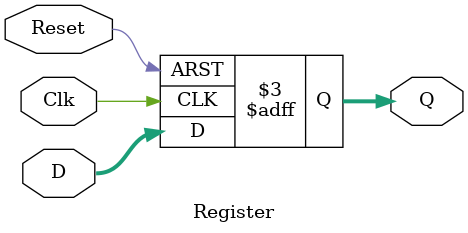
<source format=v>
module Register (D, Q, Clk, Reset);
	parameter n = 8;
	
	input [n-1:0] D;
	input Clk, Reset;
	output reg [n-1:0] Q;

	always @(posedge Clk or negedge Reset)
	begin
		if (!Reset) 
			Q <= 0;
		else 
			Q <= D;
	end

endmodule
</source>
